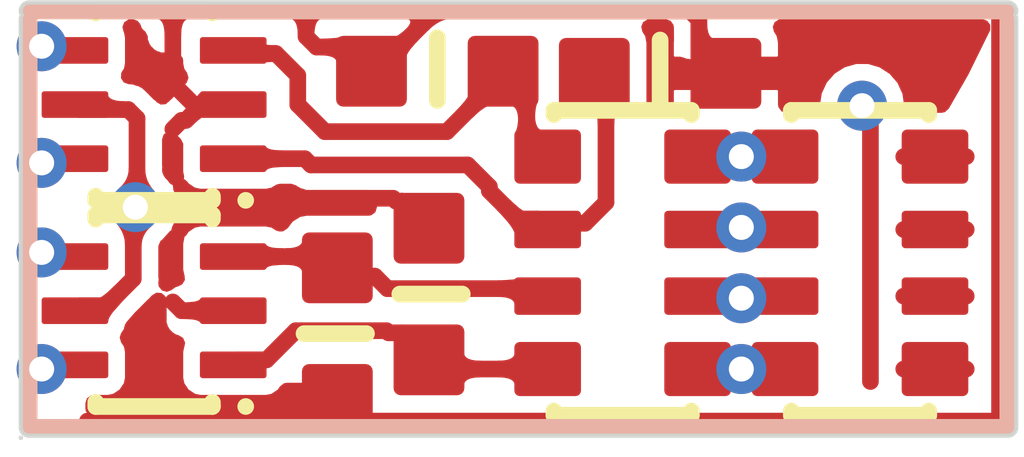
<source format=kicad_pcb>
(kicad_pcb (version 20210228) (generator pcbnew)
  (layers (0 "F.Cu" signal "Top Layer") (31 "B.Cu" signal "Bottom Layer") (34 "B.Paste" user "Bottom Paste") (35 "F.Paste" user "Top Paste") (36 "B.SilkS" user "Bottom Overlay") (37 "F.SilkS" user "Top Overlay") (38 "B.Mask" user "Bottom Solder") (39 "F.Mask" user "Top Solder") (44 "Edge.Cuts" user))
  (net 0 "")
  (net 1 "PULL_D4")
  (net 2 "PULL_D3")
  (net 3 "PULL_D2")
  (net 4 "PULL_D1")
  (net 5 "OUT_D4")
  (net 6 "OUT_D3")
  (net 7 "OUT_D2")
  (net 8 "OUT_D1")
  (net 9 "NetC493_1")
  (net 10 "NetC492_2")
  (net 11 "NetC491_1")
  (net 12 "NetC490_1")
  (net 13 "IN_D4")
  (net 14 "IN_D3")
  (net 15 "IN_D2")
  (net 16 "IN_D1")
  (net 17 "GND")
  (net 18 "V5")
  (footprint "Small.PcbLib:SOT-363" (layer "F.Cu") (at 144.126094 106.103592 180)
    (fp_text reference "U490" hide)
    (fp_text value "74HC2G17GW" hide)
    (fp_line (start 0.700001 1.150001) (end -0.700001 1.150001) (layer "F.SilkS") (width 0.2))
    (fp_line (start -0.700001 -1.15) (end -0.700001 -1.1) (layer "F.SilkS") (width 0.2))
    (fp_line (start 0.700001 -1.15) (end -0.700001 -1.15) (layer "F.SilkS") (width 0.2))
    (fp_line (start -0.700001 1.100001) (end -0.700001 1.150001) (layer "F.SilkS") (width 0.2))
    (fp_line (start 0.700001 -1.15) (end 0.700001 -1.1) (layer "F.SilkS") (width 0.2))
    (fp_line (start 0.700001 1.100001) (end 0.700001 1.150001) (layer "F.SilkS") (width 0.2))
    (fp_circle (center -1.100001 -1.15) (end -1.100001 -1.1) (layer "F.SilkS") (width 0.1) (fill none))
    (pad "1" smd roundrect (at -0.950001 -0.650001 270) (size 0.32 0.8) (layers "F.Cu" "F.Paste" "F.Mask") (roundrect_rratio 0.1) (net 12 "NetC490_1"))
    (pad "2" smd roundrect (at -0.950001 0 270) (size 0.32 0.8) (layers "F.Cu" "F.Paste" "F.Mask") (roundrect_rratio 0.1) (net 17 "GND"))
    (pad "3" smd roundrect (at -0.950001 0.650002 270) (size 0.32 0.8) (layers "F.Cu" "F.Paste" "F.Mask") (roundrect_rratio 0.1) (net 11 "NetC491_1"))
    (pad "4" smd roundrect (at 0.95 0.650002 270) (size 0.32 0.8) (layers "F.Cu" "F.Paste" "F.Mask") (roundrect_rratio 0.1) (net 6 "OUT_D3"))
    (pad "5" smd roundrect (at 0.95 0 270) (size 0.32 0.8) (layers "F.Cu" "F.Paste" "F.Mask") (roundrect_rratio 0.1) (net 18 "V5"))
    (pad "6" smd roundrect (at 0.95 -0.650001 270) (size 0.32 0.8) (layers "F.Cu" "F.Paste" "F.Mask") (roundrect_rratio 0.1) (net 5 "OUT_D4"))
  )
  (footprint "Mod.PcbLib:MOD_Hellen_DINPUT4" (layer "F.Cu") (at 142.5261 107.6286)
    (fp_text reference "M490" hide)
    (fp_text value "Module:dinput4/0.1" hide)
    (fp_line (start 0.1 -0.125) (end 0.1 -5.025) (layer "B.SilkS") (width 0.2))
    (fp_line (start 0.1 -0.125) (end 11.85 -0.125) (layer "B.SilkS") (width 0.2))
    (fp_line (start 11.85 -0.125) (end 11.85 -5.025) (layer "B.SilkS") (width 0.2))
    (fp_line (start 0.1 -5.125) (end 11.85 -5.125) (layer "B.SilkS") (width 0.2))
    (fp_line (start 0.1 -0.125) (end 11.85 -0.125) (layer "F.SilkS") (width 0.2))
    (fp_line (start 0.1 -0.125) (end 0.1 -5.025) (layer "F.SilkS") (width 0.2))
    (fp_line (start 0.1 -5.125) (end 11.85 -5.125) (layer "F.SilkS") (width 0.2))
    (fp_line (start 11.85 -0.125) (end 11.85 -5.025) (layer "F.SilkS") (width 0.2))
    (pad "G" smd oval (at 11.750002 -2.650007 180) (size 0.2 5.1) (layers "F.Cu" "F.Paste") (net 17 "GND"))
    (pad "G" smd oval (at 6.259767 -5.125 90) (size 0.2 11.1) (layers "F.Cu" "F.Paste") (net 17 "GND"))
    (pad "G" smd oval (at 6.250003 -0.199997 90) (size 0.2 11.1) (layers "F.Cu" "F.Paste") (net 17 "GND"))
    (pad "J1" smd oval (at 10.975012 -3.374977 270) (size 0.2 0.95) (layers "F.Cu" "F.Paste") (net 4 "PULL_D1"))
    (pad "J2" smd oval (at 10.975012 -2.499975 270) (size 0.2 0.95) (layers "F.Cu" "F.Paste") (net 3 "PULL_D2"))
    (pad "J3" smd oval (at 10.975012 -1.699976 270) (size 0.2 0.95) (layers "F.Cu" "F.Paste") (net 2 "PULL_D3"))
    (pad "J4" smd oval (at 10.975012 -0.824974 270) (size 0.2 0.95) (layers "F.Cu" "F.Paste") (net 1 "PULL_D4"))
    (pad "V1" thru_hole circle (at 1.374996 -2.768016 180) (size 0.6 0.6) (drill 0.3) (layers *.Cu *.Mask) (net 18 "V5"))
    (pad "V2" thru_hole circle (at 8.650013 -3.374977 180) (size 0.6 0.6) (drill 0.3) (layers *.Cu *.Mask) (net 16 "IN_D1"))
    (pad "V3" thru_hole circle (at 8.650013 -2.524976 180) (size 0.6 0.6) (drill 0.3) (layers *.Cu *.Mask) (net 15 "IN_D2"))
    (pad "V4" thru_hole circle (at 8.650013 -1.674975 180) (size 0.6 0.6) (drill 0.3) (layers *.Cu *.Mask) (net 14 "IN_D3"))
    (pad "V5" thru_hole circle (at 8.650013 -0.824974 180) (size 0.6 0.6) (drill 0.3) (layers *.Cu *.Mask) (net 13 "IN_D4"))
    (pad "V6" thru_hole circle (at 10.099139 -3.98638 180) (size 0.6 0.6) (drill 0.3) (layers *.Cu *.Mask))
    (pad "V6" smd oval (at 10.2 -2.325012 180) (size 0.2 3.5) (layers "F.Cu" "F.Paste"))
    (pad "W1" thru_hole circle (at 0.249974 -0.825005 180) (size 0.6 0.6) (drill 0.3) (layers *.Cu *.Mask) (net 5 "OUT_D4"))
    (pad "W1" smd oval (at 0.249974 -0.875007 270) (size 0.25 0.5) (layers "F.Cu" "F.Paste") (net 5 "OUT_D4"))
    (pad "W2" smd oval (at 0.249974 -2.17501 270) (size 0.25 0.5) (layers "F.Cu" "F.Paste") (net 6 "OUT_D3"))
    (pad "W2" thru_hole circle (at 0.249974 -2.225012 180) (size 0.6 0.6) (drill 0.3) (layers *.Cu *.Mask) (net 6 "OUT_D3"))
    (pad "W3" thru_hole circle (at 0.249974 -3.300004 180) (size 0.6 0.6) (drill 0.3) (layers *.Cu *.Mask) (net 7 "OUT_D2"))
    (pad "W3" smd oval (at 0.249974 -3.350006 270) (size 0.25 0.5) (layers "F.Cu" "F.Paste") (net 7 "OUT_D2"))
    (pad "W4" smd oval (at 0.249974 -4.650008 270) (size 0.25 0.5) (layers "F.Cu" "F.Paste") (net 8 "OUT_D1"))
    (pad "W4" thru_hole circle (at 0.249974 -4.700011 180) (size 0.6 0.6) (drill 0.3) (layers *.Cu *.Mask) (net 8 "OUT_D1"))
  )
  (footprint "General.pcblib:C0603" (layer "F.Cu") (at 147.4261 105.9036 90)
    (fp_text reference "C490" hide)
    (fp_text value "1n" hide)
    (fp_line (start 0 -0.349986) (end 0 0.4) (layer "F.SilkS") (width 0.2))
    (pad "1" smd roundrect (at -0.79 0 90) (size 0.85 0.85) (layers "F.Cu" "F.Paste" "F.Mask") (roundrect_rratio 0.1) (net 12 "NetC490_1"))
    (pad "2" smd roundrect (at 0.79 0 90) (size 0.85 0.85) (layers "F.Cu" "F.Paste" "F.Mask") (roundrect_rratio 0.1) (net 17 "GND"))
  )
  (footprint "Small.PcbLib:R0603_x4" (layer "F.Cu") (at 152.601112 105.528625 180)
    (fp_text reference "R490" hide)
    (fp_text value "680k" hide)
    (fp_line (start 0.825 -1.829996) (end 0.825 -1.779996) (layer "F.SilkS") (width 0.2))
    (fp_line (start -0.824999 -1.829996) (end -0.824999 -1.779996) (layer "F.SilkS") (width 0.2))
    (fp_line (start 0.825 1.779997) (end 0.825 1.829997) (layer "F.SilkS") (width 0.2))
    (fp_line (start 0.825 -1.829996) (end -0.824999 -1.829996) (layer "F.SilkS") (width 0.2))
    (fp_line (start 0.825 1.829997) (end -0.824999 1.829997) (layer "F.SilkS") (width 0.2))
    (fp_line (start -0.824999 1.779997) (end -0.824999 1.829997) (layer "F.SilkS") (width 0.2))
    (pad "1" smd roundrect (at -0.9 -1.275001 90) (size 0.65 0.8) (layers "F.Cu" "F.Paste" "F.Mask") (roundrect_rratio 0.1) (net 1 "PULL_D4"))
    (pad "2" smd roundrect (at -0.9 -0.399999 90) (size 0.45 0.8) (layers "F.Cu" "F.Paste" "F.Mask") (roundrect_rratio 0.1) (net 2 "PULL_D3"))
    (pad "3" smd roundrect (at -0.9 0.4 90) (size 0.45 0.8) (layers "F.Cu" "F.Paste" "F.Mask") (roundrect_rratio 0.1) (net 3 "PULL_D2"))
    (pad "4" smd roundrect (at -0.9 1.275002 90) (size 0.65 0.8) (layers "F.Cu" "F.Paste" "F.Mask") (roundrect_rratio 0.1) (net 4 "PULL_D1"))
    (pad "5" smd roundrect (at 0.900001 1.275002 90) (size 0.65 0.8) (layers "F.Cu" "F.Paste" "F.Mask") (roundrect_rratio 0.1) (net 16 "IN_D1"))
    (pad "6" smd roundrect (at 0.900001 0.4 90) (size 0.45 0.8) (layers "F.Cu" "F.Paste" "F.Mask") (roundrect_rratio 0.1) (net 15 "IN_D2"))
    (pad "7" smd roundrect (at 0.900001 -0.399999 90) (size 0.45 0.8) (layers "F.Cu" "F.Paste" "F.Mask") (roundrect_rratio 0.1) (net 14 "IN_D3"))
    (pad "8" smd roundrect (at 0.900001 -1.275001 90) (size 0.65 0.8) (layers "F.Cu" "F.Paste" "F.Mask") (roundrect_rratio 0.1) (net 13 "IN_D4"))
  )
  (footprint "Small.PcbLib:SOT-363" (layer "F.Cu") (at 144.126094 103.628593 180)
    (fp_text reference "U491" hide)
    (fp_text value "74HC2G17GW" hide)
    (fp_line (start 0.700001 -1.15) (end 0.700001 -1.1) (layer "F.SilkS") (width 0.2))
    (fp_line (start -0.700001 -1.15) (end -0.700001 -1.1) (layer "F.SilkS") (width 0.2))
    (fp_line (start 0.700001 1.15) (end -0.700001 1.15) (layer "F.SilkS") (width 0.2))
    (fp_line (start 0.700001 1.100001) (end 0.700001 1.15) (layer "F.SilkS") (width 0.2))
    (fp_line (start -0.700001 1.100001) (end -0.700001 1.15) (layer "F.SilkS") (width 0.2))
    (fp_line (start 0.700001 -1.15) (end -0.700001 -1.15) (layer "F.SilkS") (width 0.2))
    (fp_circle (center -1.100001 -1.15) (end -1.100001 -1.1) (layer "F.SilkS") (width 0.1) (fill none))
    (pad "1" smd roundrect (at -0.950001 -0.650001 270) (size 0.32 0.8) (layers "F.Cu" "F.Paste" "F.Mask") (roundrect_rratio 0.1) (net 10 "NetC492_2"))
    (pad "2" smd roundrect (at -0.950001 0 270) (size 0.32 0.8) (layers "F.Cu" "F.Paste" "F.Mask") (roundrect_rratio 0.1) (net 17 "GND"))
    (pad "3" smd roundrect (at -0.950001 0.650001 270) (size 0.32 0.8) (layers "F.Cu" "F.Paste" "F.Mask") (roundrect_rratio 0.1) (net 9 "NetC493_1"))
    (pad "4" smd roundrect (at 0.95 0.650001 270) (size 0.32 0.8) (layers "F.Cu" "F.Paste" "F.Mask") (roundrect_rratio 0.1) (net 8 "OUT_D1"))
    (pad "5" smd roundrect (at 0.95 0 270) (size 0.32 0.8) (layers "F.Cu" "F.Paste" "F.Mask") (roundrect_rratio 0.1) (net 18 "V5"))
    (pad "6" smd roundrect (at 0.95 -0.650001 270) (size 0.32 0.8) (layers "F.Cu" "F.Paste" "F.Mask") (roundrect_rratio 0.1) (net 7 "OUT_D2"))
  )
  (footprint "Small.PcbLib:R0603_x4" (layer "F.Cu") (at 149.751112 105.528625 180)
    (fp_text reference "R491" hide)
    (fp_text value "10k" hide)
    (fp_line (start 0.824999 1.779997) (end 0.824999 1.829997) (layer "F.SilkS") (width 0.2))
    (fp_line (start -0.825 1.779997) (end -0.825 1.829997) (layer "F.SilkS") (width 0.2))
    (fp_line (start 0.824999 -1.829996) (end -0.825 -1.829996) (layer "F.SilkS") (width 0.2))
    (fp_line (start -0.825 -1.829996) (end -0.825 -1.779996) (layer "F.SilkS") (width 0.2))
    (fp_line (start 0.824999 1.829997) (end -0.825 1.829997) (layer "F.SilkS") (width 0.2))
    (fp_line (start 0.824999 -1.829996) (end 0.824999 -1.779996) (layer "F.SilkS") (width 0.2))
    (pad "1" smd roundrect (at -0.900001 -1.275001 90) (size 0.65 0.8) (layers "F.Cu" "F.Paste" "F.Mask") (roundrect_rratio 0.1) (net 13 "IN_D4"))
    (pad "2" smd roundrect (at -0.900001 -0.399999 90) (size 0.45 0.8) (layers "F.Cu" "F.Paste" "F.Mask") (roundrect_rratio 0.1) (net 14 "IN_D3"))
    (pad "3" smd roundrect (at -0.900001 0.4 90) (size 0.45 0.8) (layers "F.Cu" "F.Paste" "F.Mask") (roundrect_rratio 0.1) (net 15 "IN_D2"))
    (pad "4" smd roundrect (at -0.900001 1.275002 90) (size 0.65 0.8) (layers "F.Cu" "F.Paste" "F.Mask") (roundrect_rratio 0.1) (net 16 "IN_D1"))
    (pad "5" smd roundrect (at 0.900001 1.275002 90) (size 0.65 0.8) (layers "F.Cu" "F.Paste" "F.Mask") (roundrect_rratio 0.1) (net 9 "NetC493_1"))
    (pad "6" smd roundrect (at 0.900001 0.4 90) (size 0.45 0.8) (layers "F.Cu" "F.Paste" "F.Mask") (roundrect_rratio 0.1) (net 10 "NetC492_2"))
    (pad "7" smd roundrect (at 0.900001 -0.399999 90) (size 0.45 0.8) (layers "F.Cu" "F.Paste" "F.Mask") (roundrect_rratio 0.1) (net 11 "NetC491_1"))
    (pad "8" smd roundrect (at 0.900001 -1.275001 90) (size 0.65 0.8) (layers "F.Cu" "F.Paste" "F.Mask") (roundrect_rratio 0.1) (net 12 "NetC490_1"))
  )
  (footprint "General.pcblib:C0603" (layer "F.Cu") (at 146.3261 106.378605 -90)
    (fp_text reference "C491" hide)
    (fp_text value "1n" hide)
    (fp_line (start 0 0.4) (end 0 -0.349987) (layer "F.SilkS") (width 0.2))
    (pad "1" smd roundrect (at -0.790001 0 270) (size 0.85 0.85) (layers "F.Cu" "F.Paste" "F.Mask") (roundrect_rratio 0.1) (net 11 "NetC491_1"))
    (pad "2" smd roundrect (at 0.790001 0 270) (size 0.85 0.85) (layers "F.Cu" "F.Paste" "F.Mask") (roundrect_rratio 0.1) (net 17 "GND"))
  )
  (footprint "General.pcblib:C0603" (layer "F.Cu") (at 147.526098 103.2286 180)
    (fp_text reference "C493" hide)
    (fp_text value "1n" hide)
    (fp_line (start 0 -0.349985) (end 0 0.4) (layer "F.SilkS") (width 0.2))
    (pad "1" smd roundrect (at -0.790002 0 180) (size 0.85 0.85) (layers "F.Cu" "F.Paste" "F.Mask") (roundrect_rratio 0.1) (net 9 "NetC493_1"))
    (pad "2" smd roundrect (at 0.790001 0 180) (size 0.85 0.85) (layers "F.Cu" "F.Paste" "F.Mask") (roundrect_rratio 0.1) (net 17 "GND"))
  )
  (footprint "General.pcblib:C0603" (layer "F.Cu") (at 150.2011 103.2536 180)
    (fp_text reference "C492" hide)
    (fp_text value "1n" hide)
    (fp_line (start 0 -0.349986) (end 0 0.4) (layer "F.SilkS") (width 0.2))
    (pad "1" smd roundrect (at -0.790002 0 180) (size 0.85 0.85) (layers "F.Cu" "F.Paste" "F.Mask") (roundrect_rratio 0.1) (net 17 "GND"))
    (pad "2" smd roundrect (at 0.79 0 180) (size 0.85 0.85) (layers "F.Cu" "F.Paste" "F.Mask") (roundrect_rratio 0.1) (net 10 "NetC492_2"))
  )
  (gr_poly (pts (xy 143.787561 105.949063) (xy 143.747256 105.990071) (xy 143.628463 106.125761) (xy 143.609372 106.152598) (xy 143.594521 106.1766) (xy 143.583916 106.197765) (xy 143.577551 106.216096) (xy 143.57543 106.231592) (xy 143.368107 105.947303) (xy 143.38144 105.960262) (xy 143.398095 105.96713) (xy 143.418072 105.967907) (xy 143.441371 105.962596) (xy 143.467996 105.951194) (xy 143.49794 105.933704) (xy 143.531208 105.91012) (xy 143.5678 105.880448) (xy 143.650949 105.802833)) (layer "F.Cu") (width 0) (fill solid))
  (gr_poly (pts (xy 145.702543 105.353591) (xy 145.741123 105.35259) (xy 145.775639 105.34959) (xy 145.806096 105.344591) (xy 145.832494 105.337591) (xy 145.854828 105.328589) (xy 145.873104 105.317591) (xy 145.887315 105.304591) (xy 145.897467 105.28959) (xy 145.903561 105.27259) (xy 145.90559 105.253591) (xy 145.90559 105.65359) (xy 145.903561 105.634591) (xy 145.897467 105.617591) (xy 145.887315 105.602589) (xy 145.873104 105.58959) (xy 145.854828 105.578591) (xy 145.832494 105.56959) (xy 145.806096 105.562589) (xy 145.775639 105.557591) (xy 145.741123 105.554591) (xy 145.702543 105.55359)) (layer "F.Cu") (width 0) (fill solid))
  (gr_poly (pts (xy 145.8511 102.802453) (xy 145.8501 102.763873) (xy 145.8471 102.729357) (xy 145.8421 102.698899) (xy 145.8351 102.672501) (xy 145.826098 102.650167) (xy 145.8151 102.631892) (xy 145.8021 102.61768) (xy 145.7871 102.607528) (xy 145.7701 102.601435) (xy 145.7511 102.599405) (xy 146.1511 102.599405) (xy 146.1321 102.601435) (xy 146.1151 102.607528) (xy 146.100098 102.61768) (xy 146.0871 102.631892) (xy 146.0761 102.650167) (xy 146.0671 102.672501) (xy 146.0601 102.698899) (xy 146.0551 102.729357) (xy 146.0521 102.763873) (xy 146.0511 102.802453)) (layer "F.Cu") (width 0) (fill solid))
  (gr_poly (pts (xy 144.464628 103.719888) (xy 144.685936 103.478433) (xy 144.820848 103.784881) (xy 144.810807 103.768633) (xy 144.797602 103.758313) (xy 144.781231 103.753927) (xy 144.761699 103.755473) (xy 144.739001 103.762949) (xy 144.713139 103.776357) (xy 144.684112 103.795697) (xy 144.651923 103.820967) (xy 144.616568 103.852171) (xy 144.578052 103.889306)) (layer "F.Cu") (width 0) (fill solid))
  (gr_poly (pts (xy 148.254857 105.7386) (xy 148.292946 105.738378) (xy 148.441338 105.727778) (xy 148.45271 105.724466) (xy 148.460264 105.720712) (xy 148.464003 105.716516) (xy 148.453751 106.038598) (xy 148.452293 106.0196) (xy 148.446647 106.0026) (xy 148.436815 105.987597) (xy 148.422791 105.974598) (xy 148.404582 105.9636) (xy 148.382182 105.954598) (xy 148.355596 105.947598) (xy 148.324818 105.9426) (xy 148.289855 105.9396) (xy 148.250704 105.938598)) (layer "F.Cu") (width 0) (fill solid))
  (gr_poly (pts (xy 147.301076 102.855043) (xy 147.263398 102.894103) (xy 147.20353 102.965041) (xy 147.181341 102.996918) (xy 147.164313 103.026399) (xy 147.152446 103.053486) (xy 147.145743 103.078177) (xy 147.144201 103.100476) (xy 147.147823 103.120377) (xy 147.156606 103.137885) (xy 146.926815 102.808089) (xy 146.939871 102.821322) (xy 146.956312 102.828406) (xy 146.976137 102.829339) (xy 146.999345 102.824119) (xy 147.025936 102.812747) (xy 147.055913 102.795224) (xy 147.089274 102.771551) (xy 147.126017 102.741724) (xy 147.209657 102.663619)) (layer "F.Cu") (width 0) (fill solid))
  (gr_poly (pts (xy 143.776095 105.313301) (xy 143.775074 105.285826) (xy 143.772011 105.25875) (xy 143.766903 105.232077) (xy 143.759755 105.205803) (xy 143.750565 105.179931) (xy 143.739331 105.15446) (xy 143.726054 105.129387) (xy 143.710736 105.104719) (xy 143.693375 105.080449) (xy 143.673972 105.056581) (xy 144.09251 105.091582) (xy 144.070392 105.111341) (xy 144.0506 105.132031) (xy 144.033138 105.153652) (xy 144.018005 105.176202) (xy 144.005198 105.199684) (xy 143.99472 105.224096) (xy 143.986572 105.24944) (xy 143.98075 105.275717) (xy 143.977258 105.30292) (xy 143.976095 105.331058)) (layer "F.Cu") (width 0) (fill solid))
  (gr_poly (pts (xy 144.2511 102.802453) (xy 144.2501 102.763873) (xy 144.2471 102.729357) (xy 144.2421 102.698899) (xy 144.2351 102.672501) (xy 144.226102 102.650167) (xy 144.2151 102.631892) (xy 144.2021 102.61768) (xy 144.1871 102.607528) (xy 144.1701 102.601435) (xy 144.1511 102.599405) (xy 144.5511 102.599405) (xy 144.5321 102.601435) (xy 144.5151 102.607528) (xy 144.5001 102.61768) (xy 144.4871 102.631892) (xy 144.4761 102.650167) (xy 144.4671 102.672501) (xy 144.4601 102.698899) (xy 144.4551 102.729357) (xy 144.4521 102.763873) (xy 144.4511 102.802453)) (layer "F.Cu") (width 0) (fill solid))
  (gr_poly (pts (xy 147.751119 103.702159) (xy 147.793247 103.658646) (xy 147.859051 103.581775) (xy 147.882724 103.548415) (xy 147.900247 103.518438) (xy 147.911619 103.491847) (xy 147.916839 103.468639) (xy 147.915906 103.448814) (xy 147.908822 103.432373) (xy 147.895589 103.419317) (xy 148.225385 103.649108) (xy 148.207877 103.640325) (xy 148.187976 103.636703) (xy 148.165677 103.638245) (xy 148.140986 103.644948) (xy 148.113899 103.656815) (xy 148.084418 103.673843) (xy 148.052541 103.696032) (xy 148.018271 103.723386) (xy 147.942543 103.793578)) (layer "F.Cu") (width 0) (fill solid))
  (gr_poly (pts (xy 145.588067 103.115569) (xy 145.564512 103.115683) (xy 145.475048 103.12119) (xy 145.468784 103.122909) (xy 145.464989 103.12486) (xy 145.463663 103.127039) (xy 145.472383 102.902933) (xy 145.473453 102.905333) (xy 145.476854 102.907482) (xy 145.482589 102.909377) (xy 145.490656 102.91102) (xy 145.501057 102.912409) (xy 145.528863 102.914431) (xy 145.588067 102.915569)) (layer "F.Cu") (width 0) (fill solid))
  (gr_poly (pts (xy 148.698605 103.730457) (xy 148.699606 103.770934) (xy 148.702605 103.806929) (xy 148.707604 103.83844) (xy 148.714604 103.865471) (xy 148.723603 103.888016) (xy 148.734604 103.90608) (xy 148.747604 103.919659) (xy 148.762605 103.928757) (xy 148.779605 103.933372) (xy 148.798605 103.933505) (xy 148.457754 103.969451) (xy 148.465517 103.95609) (xy 148.472461 103.940467) (xy 148.478587 103.922577) (xy 148.483899 103.902423) (xy 148.488392 103.880004) (xy 148.49493 103.828374) (xy 148.496972 103.799159) (xy 148.498605 103.733939)) (layer "F.Cu") (width 0) (fill solid))
  (gr_poly (pts (xy 149.451113 103.877157) (xy 149.450112 103.838577) (xy 149.447112 103.804061) (xy 149.442114 103.773604) (xy 149.435113 103.747206) (xy 149.426112 103.724871) (xy 149.415113 103.706596) (xy 149.402114 103.692385) (xy 149.387112 103.682232) (xy 149.370112 103.676139) (xy 149.351113 103.67411) (xy 149.7511 103.67411) (xy 149.732103 103.676139) (xy 149.715105 103.682232) (xy 149.700106 103.692385) (xy 149.687107 103.706596) (xy 149.676109 103.724871) (xy 149.667109 103.747206) (xy 149.660112 103.773604) (xy 149.655113 103.804061) (xy 149.652113 103.838577) (xy 149.651112 103.877157)) (layer "F.Cu") (width 0) (fill solid))
  (gr_poly (pts (xy 150.7661 102.630043) (xy 150.767102 102.671612) (xy 150.770102 102.708455) (xy 150.7751 102.740573) (xy 150.7821 102.767967) (xy 150.791103 102.790634) (xy 150.8021 102.808577) (xy 150.8151 102.821792) (xy 150.830102 102.830283) (xy 150.847102 102.83405) (xy 150.8661 102.83309) (xy 150.573905 102.881624) (xy 150.572421 102.88121) (xy 150.571095 102.875297) (xy 150.569924 102.863888) (xy 150.568052 102.824568) (xy 150.566102 102.630043)) (layer "F.Cu") (width 0) (fill solid))
  (gr_poly (pts (xy 145.675431 105.55359) (xy 145.639426 105.554091) (xy 145.55153 105.561617) (xy 145.528936 105.56613) (xy 145.509693 105.571647) (xy 145.493806 105.57817) (xy 145.481268 105.585693) (xy 145.472086 105.59422) (xy 145.466254 105.60375) (xy 145.466254 105.303431) (xy 145.472086 105.312961) (xy 145.481268 105.321488) (xy 145.493806 105.329011) (xy 145.509693 105.335534) (xy 145.528936 105.341051) (xy 145.55153 105.345564) (xy 145.577476 105.349077) (xy 145.639426 105.35309) (xy 145.675431 105.353591)) (layer "F.Cu") (width 0) (fill solid))
  (gr_poly (pts (xy 144.021037 104.405604) (xy 144.022076 104.433156) (xy 144.02519 104.460252) (xy 144.030382 104.486899) (xy 144.037651 104.513094) (xy 144.046996 104.538837) (xy 144.058419 104.564128) (xy 144.071916 104.588967) (xy 144.087491 104.613356) (xy 144.105144 104.63729) (xy 144.124873 104.660775) (xy 143.705803 104.632855) (xy 143.727698 104.612655) (xy 143.747286 104.591578) (xy 143.764571 104.569625) (xy 143.779552 104.546798) (xy 143.792229 104.523097) (xy 143.8026 104.49852) (xy 143.810667 104.473069) (xy 143.816428 104.446742) (xy 143.819885 104.419541) (xy 143.821038 104.391464)) (layer "F.Cu") (width 0) (fill solid))
  (gr_poly (pts (xy 147.129403 102.743875) (xy 147.155407 102.716425) (xy 147.175634 102.691866) (xy 147.190078 102.670195) (xy 147.198748 102.651414) (xy 147.201638 102.635521) (xy 147.198748 102.622519) (xy 147.190078 102.612407) (xy 147.175634 102.605184) (xy 147.155407 102.60085) (xy 147.129403 102.599405) (xy 147.695086 102.599405) (xy 147.667352 102.60085) (xy 147.639493 102.605184) (xy 147.611515 102.612407) (xy 147.583413 102.622519) (xy 147.555191 102.635521) (xy 147.526844 102.651414) (xy 147.498379 102.670195) (xy 147.469788 102.691866) (xy 147.441079 102.716425) (xy 147.412245 102.743875)) (layer "F.Cu") (width 0) (fill solid))
  (gr_poly (pts (xy 148.252947 106.703626) (xy 148.291527 106.702625) (xy 148.326043 106.699625) (xy 148.3565 106.694627) (xy 148.382898 106.687627) (xy 148.405232 106.678625) (xy 148.423508 106.667627) (xy 148.437719 106.654627) (xy 148.447871 106.639626) (xy 148.453965 106.622625) (xy 148.455994 106.603626) (xy 148.455994 107.003625) (xy 148.453965 106.984626) (xy 148.447871 106.967626) (xy 148.437719 106.952625) (xy 148.423508 106.939625) (xy 148.405232 106.928627) (xy 148.382898 106.919625) (xy 148.3565 106.912625) (xy 148.326043 106.907626) (xy 148.291527 106.904626) (xy 148.252947 106.903626)) (layer "F.Cu") (width 0) (fill solid))
  (gr_poly (pts (xy 148.498605 103.852156) (xy 148.497604 103.810967) (xy 148.494605 103.774419) (xy 148.489606 103.742512) (xy 148.482606 103.715245) (xy 148.473607 103.692619) (xy 148.462606 103.674635) (xy 148.449606 103.661293) (xy 148.434605 103.652591) (xy 148.417605 103.648529) (xy 148.398605 103.649108) (xy 148.733296 103.600574) (xy 148.726705 103.612301) (xy 148.720807 103.626716) (xy 148.715602 103.643818) (xy 148.711094 103.663607) (xy 148.707276 103.686081) (xy 148.701726 103.739093) (xy 148.698953 103.802849) (xy 148.698605 103.83876)) (layer "F.Cu") (width 0) (fill solid))
  (gr_poly (pts (xy 144.476759 106.003592) (xy 144.512764 106.003091) (xy 144.60066 105.995565) (xy 144.623254 105.991052) (xy 144.642497 105.985535) (xy 144.658384 105.979012) (xy 144.670922 105.971489) (xy 144.680104 105.962962) (xy 144.685936 105.953432) (xy 144.685936 106.253751) (xy 144.680104 106.244221) (xy 144.670922 106.235694) (xy 144.658384 106.228171) (xy 144.642497 106.221648) (xy 144.623254 106.216131) (xy 144.60066 106.211618) (xy 144.574714 106.208105) (xy 144.512764 106.204092) (xy 144.476759 106.203591)) (layer "F.Cu") (width 0) (fill solid))
  (gr_poly (pts (xy 146.131399 102.837916) (xy 146.168473 102.837652) (xy 146.307837 102.828371) (xy 146.326509 102.824924) (xy 146.342112 102.820946) (xy 146.35465 102.816438) (xy 146.364121 102.811401) (xy 146.315587 103.137916) (xy 146.316232 103.118916) (xy 146.312221 103.101916) (xy 146.303555 103.086915) (xy 146.290235 103.073915) (xy 146.272257 103.062914) (xy 146.249626 103.053915) (xy 146.222336 103.046915) (xy 146.190393 103.041916) (xy 146.153794 103.038917) (xy 146.112539 103.037916)) (layer "F.Cu") (width 0) (fill solid))
  (gr_poly (pts (xy 148.38952 104.761796) (xy 148.43353 104.804422) (xy 148.511066 104.870889) (xy 148.544592 104.894729) (xy 148.574622 104.912306) (xy 148.60116 104.923622) (xy 148.624203 104.928677) (xy 148.643751 104.927467) (xy 148.659804 104.919997) (xy 148.672362 104.906266) (xy 148.453751 105.247243) (xy 148.461331 105.228531) (xy 148.462443 105.206121) (xy 148.457089 105.180012) (xy 148.44527 105.150203) (xy 148.426985 105.116697) (xy 148.402235 105.079494) (xy 148.371018 105.03859) (xy 148.289187 104.945689) (xy 148.238573 104.893691)) (layer "F.Cu") (width 0) (fill solid))
  (gr_poly (pts (xy 145.675431 104.3786) (xy 145.639426 104.379099) (xy 145.551527 104.386623) (xy 145.528934 104.391136) (xy 145.509693 104.396656) (xy 145.493803 104.403176) (xy 145.481268 104.410697) (xy 145.472086 104.419224) (xy 145.466254 104.428754) (xy 145.466254 104.128434) (xy 145.472086 104.137964) (xy 145.481271 104.146494) (xy 145.493806 104.154017) (xy 145.509696 104.16054) (xy 145.528936 104.166057) (xy 145.55153 104.170573) (xy 145.577476 104.174083) (xy 145.639426 104.178096) (xy 145.675431 104.1786)) (layer "F.Cu") (width 0) (fill solid))
  (gr_poly (pts (xy 148.049658 106.903626) (xy 148.011078 106.904626) (xy 147.976562 106.907626) (xy 147.946104 106.912625) (xy 147.919706 106.919625) (xy 147.897372 106.928627) (xy 147.879097 106.939625) (xy 147.864885 106.952625) (xy 147.854733 106.967626) (xy 147.84864 106.984626) (xy 147.84661 107.003625) (xy 147.84661 106.603626) (xy 147.84864 106.622625) (xy 147.854733 106.639626) (xy 147.864885 106.654627) (xy 147.879097 106.667627) (xy 147.897372 106.678625) (xy 147.919706 106.687627) (xy 147.946104 106.694627) (xy 147.976562 106.699625) (xy 148.011078 106.702625) (xy 148.049658 106.703626)) (layer "F.Cu") (width 0) (fill solid))
  (gr_poly (pts (xy 143.775429 103.788592) (xy 143.566253 103.778752) (xy 143.567645 103.489759) (xy 143.569636 103.508537) (xy 143.575803 103.525339) (xy 143.586146 103.540165) (xy 143.600662 103.553013) (xy 143.619352 103.563884) (xy 143.642219 103.572779) (xy 143.66926 103.579698) (xy 143.700474 103.584641) (xy 143.735864 103.587605) (xy 143.775429 103.588593)) (layer "F.Cu") (width 0) (fill solid))
  (gr_arc (start 142.6261 107.5036) (end 142.525719 107.5036) (angle -90) (layer "Edge.Cuts") (width 0.05))
  (gr_arc (start 154.3761 107.5036) (end 154.3761 107.603981) (angle -90) (layer "Edge.Cuts") (width 0.05))
  (gr_arc (start 154.3761 102.5036) (end 154.476481 102.5036) (angle -90) (layer "Edge.Cuts") (width 0.05))
  (gr_line (start 142.5261 107.6286) (end 142.5261 107.6286) (layer "Edge.Cuts") (width 0.05))
  (gr_line (start 142.525719 107.5036) (end 142.525719 107.5036) (layer "Edge.Cuts") (width 0.05))
  (gr_arc (start 142.6261 102.5036) (end 142.6261 102.403219) (angle -119.8745236) (layer "Edge.Cuts") (width 0.05))
  (gr_line (start 142.6261 102.403221) (end 154.3761 102.403219) (layer "Edge.Cuts") (width 0.05))
  (gr_line (start 142.5261 107.6286) (end 142.5261 107.6286) (layer "Edge.Cuts") (width 0.05))
  (gr_line (start 142.5261 107.6286) (end 142.5261 107.6286) (layer "Edge.Cuts") (width 0.05))
  (gr_arc (start 142.6261 102.6036) (end 142.539058 102.5536) (angle -29.87452356) (layer "Edge.Cuts") (width 0.05))
  (gr_arc (start 154.3761 102.5036) (end 154.463142 102.5536) (angle -29.87452356) (layer "Edge.Cuts") (width 0.05))
  (gr_line (start 142.525719 107.5036) (end 142.525719 102.6036) (layer "Edge.Cuts") (width 0.05))
  (gr_line (start 154.3761 107.60398) (end 142.6261 107.603981) (layer "Edge.Cuts") (width 0.05))
  (gr_arc (start 154.3761 102.6036) (end 154.476481 102.6036) (angle -29.87452356) (layer "Edge.Cuts") (width 0.05))
  (gr_line (start 154.47648 102.6036) (end 154.476481 107.5036) (layer "Edge.Cuts") (width 0.05))
  (gr_line (start 142.5261 107.6286) (end 142.5261 107.6286) (layer "Edge.Cuts") (width 0.05))
  (segment (start 145.588067 103.015569) (end 145.8511 103.2786) (width 0.2) (layer "F.Cu") (net 9))
  (segment (start 148.598605 104.028622) (end 148.823606 104.253623) (width 0.2) (layer "F.Cu") (net 9))
  (segment (start 145.8511 103.6286) (end 145.8511 103.2786) (width 0.2) (layer "F.Cu") (net 9))
  (segment (start 146.176098 103.953598) (end 147.6411 103.953598) (width 0.2) (layer "F.Cu") (net 9))
  (segment (start 148.3411 103.2536) (end 148.598605 103.511105) (width 0.2) (layer "F.Cu") (net 9))
  (segment (start 145.8511 103.6286) (end 146.176098 103.953598) (width 0.2) (layer "F.Cu") (net 9))
  (segment (start 145.076095 102.978592) (end 145.113072 103.015569) (width 0.2) (layer "F.Cu") (net 9))
  (segment (start 147.6411 103.953598) (end 148.3411 103.2536) (width 0.2) (layer "F.Cu") (net 9))
  (segment (start 145.113072 103.015569) (end 145.588067 103.015569) (width 0.2) (layer "F.Cu") (net 9))
  (segment (start 148.823606 104.253623) (end 148.851111 104.253623) (width 0.2) (layer "F.Cu") (net 9))
  (segment (start 148.598605 104.028622) (end 148.598605 103.511105) (width 0.2) (layer "F.Cu") (net 9))
  (segment (start 147.89057 104.353598) (end 148.15111 104.614138) (width 0.2) (layer "F.Cu") (net 10))
  (segment (start 145.076095 104.278594) (end 145.0761 104.2786) (width 0.2) (layer "F.Cu") (net 10))
  (segment (start 148.926135 105.0536) (end 149.3011 105.0536) (width 0.2) (layer "F.Cu") (net 10))
  (segment (start 148.489926 105.003624) (end 148.72611 105.003624) (width 0.2) (layer "F.Cu") (net 10))
  (segment (start 146.010414 104.353598) (end 147.89057 104.353598) (width 0.2) (layer "F.Cu") (net 10))
  (segment (start 148.15111 104.664809) (end 148.15111 104.614138) (width 0.2) (layer "F.Cu") (net 10))
  (segment (start 149.551113 104.803589) (end 149.551113 103.393612) (width 0.2) (layer "F.Cu") (net 10))
  (segment (start 145.935415 104.2786) (end 146.010414 104.353598) (width 0.2) (layer "F.Cu") (net 10))
  (segment (start 148.15111 104.664809) (end 148.489926 105.003624) (width 0.2) (layer "F.Cu") (net 10))
  (segment (start 149.4111 103.2536) (end 149.551113 103.393612) (width 0.2) (layer "F.Cu") (net 10))
  (segment (start 149.3011 105.0536) (end 149.551113 104.803589) (width 0.2) (layer "F.Cu") (net 10))
  (segment (start 148.851111 105.128625) (end 148.926135 105.0536) (width 0.2) (layer "F.Cu") (net 10))
  (segment (start 145.0761 104.2786) (end 145.935415 104.2786) (width 0.2) (layer "F.Cu") (net 10))
  (segment (start 148.72611 105.003624) (end 148.851111 105.128625) (width 0.2) (layer "F.Cu") (net 10))
  (segment (start 146.6261 105.6886) (end 146.77663 105.6886) (width 0.2) (layer "F.Cu") (net 11))
  (segment (start 146.77663 105.6886) (end 146.92663 105.838598) (width 0.2) (layer "F.Cu") (net 11))
  (segment (start 146.3011 105.363598) (end 146.6261 105.6886) (width 0.2) (layer "F.Cu") (net 11))
  (segment (start 146.92663 105.838598) (end 148.761086 105.838598) (width 0.2) (layer "F.Cu") (net 11))
  (segment (start 146.211107 105.45359) (end 146.3011 105.363598) (width 0.2) (layer "F.Cu") (net 11))
  (segment (start 148.761086 105.838598) (end 148.851111 105.928624) (width 0.2) (layer "F.Cu") (net 11))
  (segment (start 145.076095 105.45359) (end 146.211107 105.45359) (width 0.2) (layer "F.Cu") (net 11))
  (segment (start 145.136095 106.693593) (end 145.476643 106.693593) (width 0.2) (layer "F.Cu") (net 12))
  (segment (start 145.476643 106.693593) (end 145.826629 106.343606) (width 0.2) (layer "F.Cu") (net 12))
  (segment (start 147.1011 106.3686) (end 147.4261 106.6936) (width 0.2) (layer "F.Cu") (net 12))
  (segment (start 146.941098 106.3686) (end 147.1011 106.3686) (width 0.2) (layer "F.Cu") (net 12))
  (segment (start 147.4261 106.6936) (end 147.536126 106.803626) (width 0.2) (layer "F.Cu") (net 12))
  (segment (start 146.916104 106.343606) (end 146.941098 106.3686) (width 0.2) (layer "F.Cu") (net 12))
  (segment (start 145.076095 106.753593) (end 145.136095 106.693593) (width 0.2) (layer "F.Cu") (net 12))
  (segment (start 147.536126 106.803626) (end 148.851111 106.803626) (width 0.2) (layer "F.Cu") (net 12))
  (segment (start 145.826629 106.343606) (end 146.916104 106.343606) (width 0.2) (layer "F.Cu") (net 12))
  (segment (start 150.651113 106.803626) (end 151.701111 106.803626) (width 0.2) (layer "F.Cu") (net 13))
  (segment (start 150.651113 105.928624) (end 151.701111 105.928624) (width 0.2) (layer "F.Cu") (net 14))
  (segment (start 150.651113 105.128625) (end 151.701111 105.128625) (width 0.2) (layer "F.Cu") (net 15))
  (segment (start 150.651113 104.253623) (end 151.701111 104.253623) (width 0.2) (layer "F.Cu") (net 16))
  (segment (start 145.076095 106.103592) (end 145.343166 106.103592) (width 0.2) (layer "F.Cu") (net 17))
  (segment (start 145.661633 104.9036) (end 145.811636 104.753597) (width 0.2) (layer "F.Cu") (net 17))
  (segment (start 147.1011 104.788598) (end 147.4261 105.1136) (width 0.2) (layer "F.Cu") (net 17))
  (segment (start 147.030658 104.788598) (end 147.1011 104.788598) (width 0.2) (layer "F.Cu") (net 17))
  (segment (start 145.9511 102.812917) (end 146.076098 102.937916) (width 0.2) (layer "F.Cu") (net 17))
  (segment (start 144.3511 103.924038) (end 144.456543 103.818595) (width 0.2) (layer "F.Cu") (net 17))
  (segment (start 150.666102 102.9286) (end 150.666102 102.609044) (width 0.2) (layer "F.Cu") (net 17))
  (segment (start 146.995657 104.753597) (end 147.030658 104.788598) (width 0.2) (layer "F.Cu") (net 17))
  (segment (start 145.9511 102.5036) (end 147.511096 102.5036) (width 0.2) (layer "F.Cu") (net 17))
  (segment (start 144.3511 102.5036) (end 145.9511 102.5036) (width 0.2) (layer "F.Cu") (net 17))
  (segment (start 146.761098 103.2536) (end 147.511096 102.5036) (width 0.2) (layer "F.Cu") (net 17))
  (segment (start 146.076098 102.937916) (end 146.445414 102.937916) (width 0.2) (layer "F.Cu") (net 17))
  (segment (start 146.445414 102.937916) (end 146.761098 103.2536) (width 0.2) (layer "F.Cu") (net 17))
  (segment (start 144.456543 103.818595) (end 144.507341 103.818595) (width 0.2) (layer "F.Cu") (net 17))
  (segment (start 147.511096 102.5036) (end 150.560658 102.5036) (width 0.2) (layer "F.Cu") (net 17))
  (segment (start 144.456543 106.103592) (end 145.076095 106.103592) (width 0.2) (layer "F.Cu") (net 17))
  (segment (start 150.666102 102.9286) (end 150.991102 103.2536) (width 0.2) (layer "F.Cu") (net 17))
  (segment (start 150.560658 102.5036) (end 150.666102 102.609044) (width 0.2) (layer "F.Cu") (net 17))
  (segment (start 144.507341 103.818595) (end 144.697343 103.628593) (width 0.2) (layer "F.Cu") (net 17))
  (segment (start 144.3511 103.3786) (end 144.641097 103.668598) (width 0.2) (layer "F.Cu") (net 17))
  (segment (start 144.6261 104.9036) (end 145.661633 104.9036) (width 0.2) (layer "F.Cu") (net 17))
  (segment (start 144.3511 103.3786) (end 144.3511 102.5036) (width 0.2) (layer "F.Cu") (net 17))
  (segment (start 145.811636 104.753597) (end 146.995657 104.753597) (width 0.2) (layer "F.Cu") (net 17))
  (segment (start 144.3511 105.998149) (end 144.456543 106.103592) (width 0.2) (layer "F.Cu") (net 17))
  (segment (start 145.9511 102.812917) (end 145.9511 102.5036) (width 0.2) (layer "F.Cu") (net 17))
  (segment (start 144.697343 103.628593) (end 145.076095 103.628593) (width 0.2) (layer "F.Cu") (net 17))
  (segment (start 143.236094 103.688593) (end 143.815595 103.688593) (width 0.2) (layer "F.Cu") (net 18))
  (segment (start 143.921038 104.840643) (end 143.921038 103.794036) (width 0.2) (layer "F.Cu") (net 18))
  (segment (start 143.176094 106.103592) (end 143.236094 106.043592) (width 0.2) (layer "F.Cu") (net 18))
  (segment (start 143.551612 106.043592) (end 143.876095 105.719109) (width 0.2) (layer "F.Cu") (net 18))
  (segment (start 143.815595 103.688593) (end 143.921038 103.794036) (width 0.2) (layer "F.Cu") (net 18))
  (segment (start 143.176094 103.628593) (end 143.236094 103.688593) (width 0.2) (layer "F.Cu") (net 18))
  (segment (start 143.236094 106.043592) (end 143.551612 106.043592) (width 0.2) (layer "F.Cu") (net 18))
  (segment (start 143.901096 104.860584) (end 143.921038 104.840643) (width 0.2) (layer "F.Cu") (net 18))
  (segment (start 143.876095 105.719109) (end 143.876095 104.860584) (width 0.2) (layer "F.Cu") (net 18))
  (zone (net 17) (net_name "GND") (layer "F.Cu") (connect_pads (clearance 0.2)) (min_thickness 0.2) (fill yes (thermal_gap 0.2) (thermal_bridge_width 0.4))
    (polygon (pts (xy 154.228787 107.378603) (xy 143.301105 107.378603) (xy 143.301097 102.529972) (xy 154.225139 102.526893)))
  )
)
</source>
